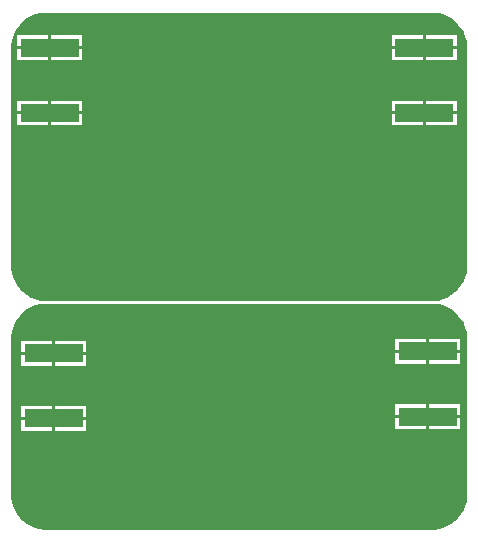
<source format=gbr>
%TF.GenerationSoftware,Altium Limited,Altium Designer,20.0.10 (225)*%
G04 Layer_Physical_Order=2*
G04 Layer_Color=16711680*
%FSLAX26Y26*%
%MOIN*%
%TF.FileFunction,Copper,L2,Bot,Signal*%
%TF.Part,CustomerPanel*%
G01*
G75*
%TA.AperFunction,SMDPad,CuDef*%
%ADD13R,0.196850X0.062992*%
%TA.AperFunction,ConnectorPad*%
%ADD17R,0.196850X0.062992*%
%TA.AperFunction,ViaPad*%
%ADD19C,0.050000*%
G36*
X3614273Y4484869D02*
X3629228Y4480862D01*
X3643532Y4474937D01*
X3656940Y4467195D01*
X3669224Y4457770D01*
X3680171Y4446822D01*
X3689597Y4434539D01*
X3697338Y4421130D01*
X3703263Y4406826D01*
X3707270Y4391871D01*
X3709291Y4376521D01*
Y4368780D01*
Y3643110D01*
Y3635369D01*
X3707270Y3620019D01*
X3703263Y3605063D01*
X3697338Y3590759D01*
X3689597Y3577351D01*
X3680171Y3565068D01*
X3669224Y3554120D01*
X3656940Y3544694D01*
X3643532Y3536953D01*
X3629228Y3531028D01*
X3614273Y3527021D01*
X3598922Y3525000D01*
X3591181D01*
Y3525000D01*
X2308110Y3525000D01*
X2300369D01*
X2285019Y3527021D01*
X2270063Y3531028D01*
X2255759Y3536953D01*
X2242351Y3544694D01*
X2230068Y3554120D01*
X2219120Y3565068D01*
X2209694Y3577351D01*
X2201953Y3590759D01*
X2196028Y3605063D01*
X2192021Y3620019D01*
X2190000Y3635369D01*
Y3643110D01*
Y3643110D01*
Y4368780D01*
Y4376521D01*
X2192021Y4391871D01*
X2196028Y4406826D01*
X2201953Y4421130D01*
X2209694Y4434539D01*
X2219120Y4446822D01*
X2230068Y4457770D01*
X2242351Y4467195D01*
X2255759Y4474937D01*
X2270063Y4480862D01*
X2285019Y4484869D01*
X2300369Y4486890D01*
X2308110D01*
Y4486890D01*
X3591181Y4486890D01*
X3598922D01*
X3614273Y4484869D01*
D02*
G37*
G36*
Y3514869D02*
X3629228Y3510862D01*
X3643532Y3504937D01*
X3656940Y3497195D01*
X3669224Y3487770D01*
X3680171Y3476822D01*
X3689597Y3464539D01*
X3697338Y3451130D01*
X3703263Y3436826D01*
X3707270Y3421871D01*
X3709291Y3406521D01*
Y3398780D01*
Y2880000D01*
Y2872259D01*
X3707270Y2856908D01*
X3703263Y2841953D01*
X3697338Y2827649D01*
X3689597Y2814241D01*
X3680171Y2801957D01*
X3669224Y2791010D01*
X3656940Y2781584D01*
X3643532Y2773843D01*
X3629228Y2767918D01*
X3614273Y2763911D01*
X3598922Y2761890D01*
X3591181Y2761890D01*
X2308110Y2761890D01*
X2300369D01*
X2285019Y2763911D01*
X2270064Y2767918D01*
X2255759Y2773843D01*
X2242351Y2781584D01*
X2230068Y2791010D01*
X2219120Y2801957D01*
X2209695Y2814241D01*
X2201953Y2827649D01*
X2196028Y2841953D01*
X2192021Y2856908D01*
X2190000Y2872259D01*
Y2880000D01*
X2190000Y3398780D01*
X2190000D01*
Y3406521D01*
X2192021Y3421871D01*
X2196028Y3436826D01*
X2201953Y3451130D01*
X2209695Y3464539D01*
X2219120Y3476822D01*
X2230068Y3487770D01*
X2242351Y3497195D01*
X2255759Y3504937D01*
X2270064Y3510862D01*
X2285019Y3514869D01*
X2300369Y3516890D01*
X2308110Y3516890D01*
X3591181Y3516890D01*
X3598922D01*
X3614273Y3514869D01*
D02*
G37*
%LPC*%
G36*
X3674016Y4411728D02*
X3570590D01*
Y4375232D01*
X3674016D01*
Y4411728D01*
D02*
G37*
G36*
X3560590D02*
X3457165D01*
Y4375232D01*
X3560590D01*
Y4411728D01*
D02*
G37*
G36*
X2426772D02*
X2323347D01*
Y4375232D01*
X2426772D01*
Y4411728D01*
D02*
G37*
G36*
X2313347D02*
X2209921D01*
Y4375232D01*
X2313347D01*
Y4411728D01*
D02*
G37*
G36*
X3674016Y4365232D02*
X3570590D01*
Y4328736D01*
X3674016D01*
Y4365232D01*
D02*
G37*
G36*
X3560590D02*
X3457165D01*
Y4328736D01*
X3560590D01*
Y4365232D01*
D02*
G37*
G36*
X2426772Y4365232D02*
X2323347D01*
Y4328736D01*
X2426772D01*
Y4365232D01*
D02*
G37*
G36*
X2313347D02*
X2209921D01*
Y4328736D01*
X2313347D01*
Y4365232D01*
D02*
G37*
G36*
X3674016Y4193618D02*
X3570590D01*
Y4157122D01*
X3674016D01*
Y4193618D01*
D02*
G37*
G36*
X3560590D02*
X3457165D01*
Y4157122D01*
X3560590D01*
Y4193618D01*
D02*
G37*
G36*
X2426772D02*
X2323347D01*
Y4157122D01*
X2426772D01*
Y4193618D01*
D02*
G37*
G36*
X2313347D02*
X2209921D01*
Y4157122D01*
X2313347D01*
Y4193618D01*
D02*
G37*
G36*
X3674016Y4147122D02*
X3570590D01*
Y4110626D01*
X3674016D01*
Y4147122D01*
D02*
G37*
G36*
X3560590D02*
X3457165D01*
Y4110626D01*
X3560590D01*
Y4147122D01*
D02*
G37*
G36*
X2426772Y4147122D02*
X2323347D01*
Y4110626D01*
X2426772D01*
Y4147122D01*
D02*
G37*
G36*
X2313347D02*
X2209921D01*
Y4110626D01*
X2313347D01*
Y4147122D01*
D02*
G37*
G36*
X3685827Y3399622D02*
X3582402D01*
Y3363126D01*
X3685827D01*
Y3399622D01*
D02*
G37*
G36*
X3572402D02*
X3468976D01*
Y3363126D01*
X3572402D01*
Y3399622D01*
D02*
G37*
G36*
X2439252Y3393386D02*
X2335827D01*
Y3356890D01*
X2439252D01*
Y3393386D01*
D02*
G37*
G36*
X2325827D02*
X2222402D01*
Y3356890D01*
X2325827D01*
Y3393386D01*
D02*
G37*
G36*
X3685827Y3353126D02*
X3582402D01*
Y3316630D01*
X3685827D01*
Y3353126D01*
D02*
G37*
G36*
X3572402D02*
X3468976D01*
Y3316630D01*
X3572402D01*
Y3353126D01*
D02*
G37*
G36*
X2439252Y3346890D02*
X2335827D01*
Y3310394D01*
X2439252D01*
Y3346890D01*
D02*
G37*
G36*
X2325827D02*
X2222402D01*
Y3310394D01*
X2325827D01*
Y3346890D01*
D02*
G37*
G36*
X3685827Y3181512D02*
X3582402D01*
Y3145016D01*
X3685827D01*
Y3181512D01*
D02*
G37*
G36*
X3572402D02*
X3468976D01*
Y3145016D01*
X3572402D01*
Y3181512D01*
D02*
G37*
G36*
X2439252Y3175276D02*
X2335827D01*
Y3138780D01*
X2439252D01*
Y3175276D01*
D02*
G37*
G36*
X2325827D02*
X2222402D01*
Y3138780D01*
X2325827D01*
Y3175276D01*
D02*
G37*
G36*
X3685827Y3135016D02*
X3582402D01*
Y3098520D01*
X3685827D01*
Y3135016D01*
D02*
G37*
G36*
X3572402D02*
X3468976D01*
Y3098520D01*
X3572402D01*
Y3135016D01*
D02*
G37*
G36*
X2439252Y3128780D02*
X2335827D01*
Y3092284D01*
X2439252D01*
Y3128780D01*
D02*
G37*
G36*
X2325827D02*
X2222402D01*
Y3092284D01*
X2325827D01*
Y3128780D01*
D02*
G37*
%LPD*%
D13*
X3565590Y4370232D02*
D03*
Y4152122D02*
D03*
X2318346D02*
D03*
Y4370232D02*
D03*
X2330827Y3133780D02*
D03*
Y3351890D02*
D03*
D17*
X3577402Y3358126D02*
D03*
Y3140016D02*
D03*
D19*
X2647716Y3946890D02*
D03*
X2462716Y4386890D02*
D03*
X2452716Y4171890D02*
D03*
X3150116Y4349551D02*
D03*
X3229644D02*
D03*
X3309171D02*
D03*
X3388699D02*
D03*
X3039901Y4363026D02*
D03*
X2930965Y4358653D02*
D03*
X2962716Y4166890D02*
D03*
X2892716D02*
D03*
X2834208Y3972731D02*
D03*
X2922716Y3971890D02*
D03*
X2993729Y3987726D02*
D03*
X2730059Y3987803D02*
D03*
X2685892Y4358688D02*
D03*
X2730059Y4172803D02*
D03*
X2829901Y4363026D02*
D03*
X3034265Y3928397D02*
D03*
X3037589Y3848939D02*
D03*
X3038333Y3769415D02*
D03*
X3034265Y3689991D02*
D03*
X3211168Y3699551D02*
D03*
X3210326Y3779074D02*
D03*
X3201966Y3858161D02*
D03*
X3211622Y3937101D02*
D03*
Y4016628D02*
D03*
X3213295Y4096138D02*
D03*
X3234440Y4172803D02*
D03*
X3313968D02*
D03*
X3393495D02*
D03*
X2515642Y4349551D02*
D03*
X2456311Y4094837D02*
D03*
X2457414Y4015317D02*
D03*
Y3935789D02*
D03*
X2581460Y4348426D02*
D03*
X2306131Y3665698D02*
D03*
X2857716Y3711890D02*
D03*
X3445827Y2926890D02*
D03*
X3425827Y3416890D02*
D03*
X3410827Y3346890D02*
D03*
X3330827D02*
D03*
X2430827Y3046890D02*
D03*
X2495827Y3411890D02*
D03*
X2420827Y3446890D02*
D03*
X2518673Y3341631D02*
D03*
X2490827Y3146890D02*
D03*
X2545827Y3126890D02*
D03*
X2770827Y3046890D02*
D03*
X2545827Y3061890D02*
D03*
X2550827Y2986890D02*
D03*
X2775827Y2976890D02*
D03*
X3245827Y3041890D02*
D03*
X3434201Y3011432D02*
D03*
Y3090960D02*
D03*
X2985055Y3333048D02*
D03*
X2905863Y3340341D02*
D03*
X2853349Y3164619D02*
D03*
X2932644Y3170699D02*
D03*
X3011840Y3163438D02*
D03*
X2685827Y3356890D02*
D03*
X2600827Y3351890D02*
D03*
X2775827Y3106890D02*
D03*
X2774313Y3163438D02*
D03*
X2808468Y3339139D02*
D03*
X3247842Y3340795D02*
D03*
X3168314D02*
D03*
X3090218Y3325773D02*
D03*
X3087506Y3181927D02*
D03*
X3164855Y3163438D02*
D03*
X3244380Y3164047D02*
D03*
X3240827Y3106890D02*
D03*
%TF.MD5,326fc6b6bb19099d537ecc5a5044ccd3*%
M02*

</source>
